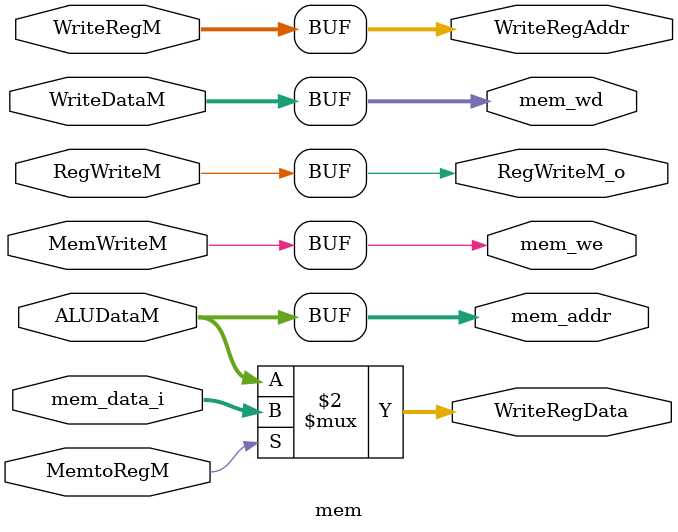
<source format=v>
module mem(
    //input 
    RegWriteM,
    MemtoRegM,
    MemWriteM,
    ALUDataM,
    WriteDataM,
    WriteRegM,
    mem_data_i,
    //output 
    RegWriteM_o,
    WriteRegData,
    WriteRegAddr,
    mem_addr,
    mem_we,
    mem_wd
);

input RegWriteM;
input MemtoRegM;
input MemWriteM;
input [31:0] ALUDataM;
input [31:0] WriteDataM;
input [4:0] WriteRegM;
input [31:0] mem_data_i;

output RegWriteM_o;
output [31:0] WriteRegData;
output [4:0] WriteRegAddr;
output [31:0] mem_addr;
output mem_we;
output [31:0] mem_wd;

assign RegWriteM_o = RegWriteM;
assign WriteRegData = (MemtoRegM == 1'b1) ? mem_data_i : ALUDataM;
assign WriteRegAddr = WriteRegM;
assign mem_addr = ALUDataM;
assign mem_we = MemWriteM;
assign mem_wd = WriteDataM;

endmodule
</source>
